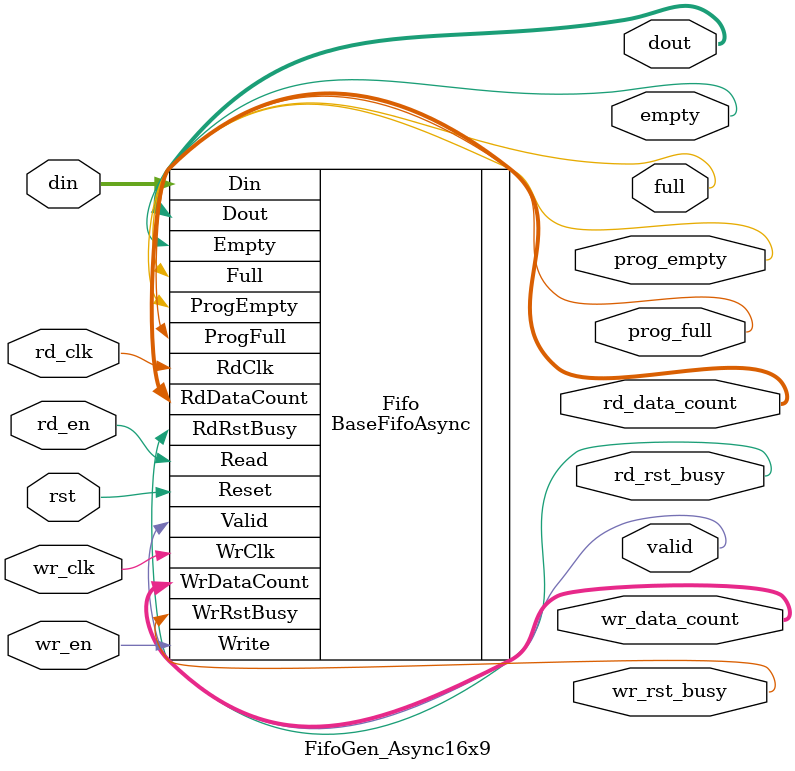
<source format=v>
/*
	FifoGen_Async16x9.v: Behavior version of 16x9 block RAM FIFO

		  Ted Rossin 10-18-2024
	  		     11-05-2024 

     Note: 
*/

`timescale 1ns / 1ps

module FifoGen_Async16x9(
     input wr_clk
    ,input rd_clk
    ,input rst
    ,output wr_rst_busy
    ,output rd_rst_busy
    ,input[8:0] din
    ,input wr_en
    ,input rd_en
    ,output[8:0] dout
    ,output full
    ,output empty
    ,output prog_empty
    ,output[3:0] wr_data_count
    ,output[3:0] rd_data_count
    ,output prog_full
    ,output valid
);

    BaseFifoAsync #(
	 .FirstWordFall(0)
 	,.BuiltIn(0)
    	,.Width(9)
	,.ProgFullValue(12)
	,.ProgEmptyValue(5)
	,.DataCountWidth(4)
	,.Depth(16)
	,.NumSync(2)
    ) Fifo(
     	 .WrClk(wr_clk)
     	,.RdClk(rd_clk)
    	,.Reset(rst)
	,.RdRstBusy(rd_rst_busy)
	,.WrRstBusy(wr_rst_busy)
    	,.Write(wr_en)
    	,.Read(rd_en)
    	,.Din(din)
    	,.Dout(dout)
    	,.ProgFull(prog_full)
    	,.WrDataCount(wr_data_count)
    	,.RdDataCount(rd_data_count)
    	,.Valid(valid)
    	,.Empty(empty)
    	,.ProgEmpty(prog_empty)
    	,.Full(full)
    );
endmodule

</source>
